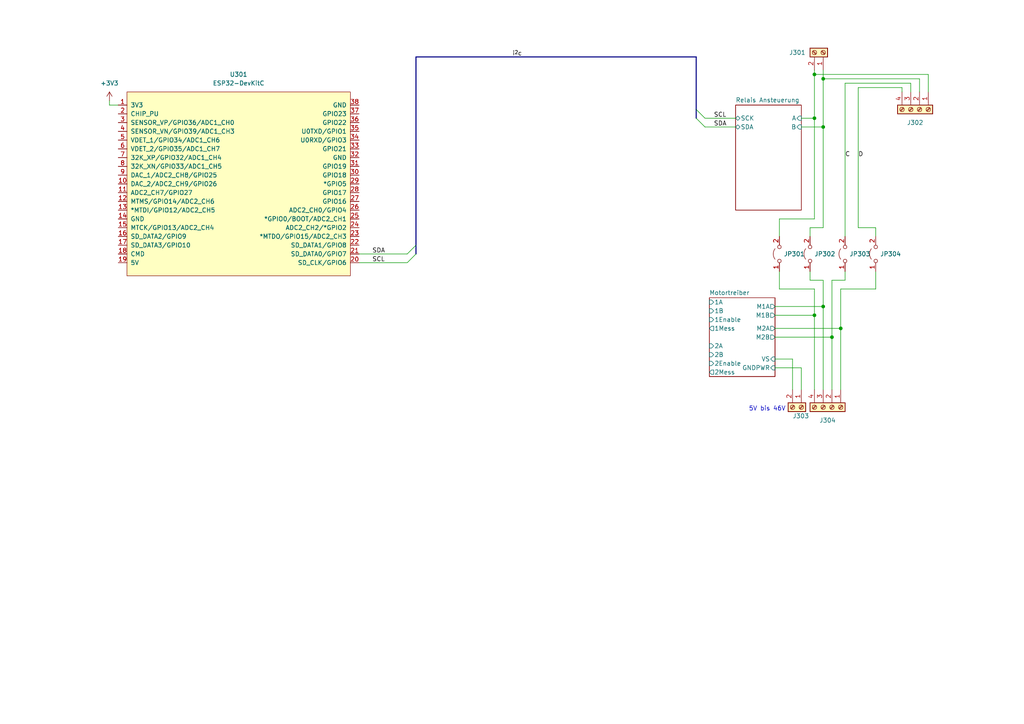
<source format=kicad_sch>
(kicad_sch (version 20211123) (generator eeschema)
  (paper "A4")
  (title_block (date "2022-03-14") (company "makerspace Bocholt"))
  (lib_symbols
    (symbol "Connector:Screw_Terminal_01x02" (pin_names (offset 1.016) hide)
      (property "Reference" "J" (at 0 2.54 0))
      (property "Value" "Screw_Terminal_01x02" (at 0 -5.08 0))
      (symbol "Screw_Terminal_01x02_1_1"
        (rectangle (start -1.27 1.27) (end 1.27 -3.81) (stroke (width 0.254)) (fill (type background)))
        (circle (center 0 -2.54) (radius 0.635) (stroke (width 0.1524)))
        (polyline (pts (xy -0.5334 -2.2098) (xy 0.3302 -3.048)) (stroke (width 0.1524)))
        (polyline (pts (xy -0.5334 0.3302) (xy 0.3302 -0.508)) (stroke (width 0.1524)))
        (polyline (pts (xy -0.3556 -2.032) (xy 0.508 -2.8702)) (stroke (width 0.1524)))
        (polyline (pts (xy -0.3556 0.508) (xy 0.508 -0.3302)) (stroke (width 0.1524)))
        (circle (center 0 0) (radius 0.635) (stroke (width 0.1524)))
        (pin passive line (at -5.08 0 0) (length 3.81) (name "Pin_1") (number "1"))
        (pin passive line (at -5.08 -2.54 0) (length 3.81) (name "Pin_2") (number "2"))
      )
    )
    (symbol "Connector:Screw_Terminal_01x04" (pin_names (offset 1.016) hide)
      (property "Reference" "J" (at 0 5.08 0))
      (property "Value" "Screw_Terminal_01x04" (at 0 -7.62 0))
      (symbol "Screw_Terminal_01x04_1_1"
        (rectangle (start -1.27 3.81) (end 1.27 -6.35) (stroke (width 0.254)) (fill (type background)))
        (circle (center 0 -5.08) (radius 0.635) (stroke (width 0.1524)))
        (circle (center 0 -2.54) (radius 0.635) (stroke (width 0.1524)))
        (polyline (pts (xy -0.5334 -4.7498) (xy 0.3302 -5.588)) (stroke (width 0.1524)))
        (polyline (pts (xy -0.5334 -2.2098) (xy 0.3302 -3.048)) (stroke (width 0.1524)))
        (polyline (pts (xy -0.5334 0.3302) (xy 0.3302 -0.508)) (stroke (width 0.1524)))
        (polyline (pts (xy -0.5334 2.8702) (xy 0.3302 2.032)) (stroke (width 0.1524)))
        (polyline (pts (xy -0.3556 -4.572) (xy 0.508 -5.4102)) (stroke (width 0.1524)))
        (polyline (pts (xy -0.3556 -2.032) (xy 0.508 -2.8702)) (stroke (width 0.1524)))
        (polyline (pts (xy -0.3556 0.508) (xy 0.508 -0.3302)) (stroke (width 0.1524)))
        (polyline (pts (xy -0.3556 3.048) (xy 0.508 2.2098)) (stroke (width 0.1524)))
        (circle (center 0 0) (radius 0.635) (stroke (width 0.1524)))
        (circle (center 0 2.54) (radius 0.635) (stroke (width 0.1524)))
        (pin passive line (at -5.08 2.54 0) (length 3.81) (name "Pin_1") (number "1"))
        (pin passive line (at -5.08 0 0) (length 3.81) (name "Pin_2") (number "2"))
        (pin passive line (at -5.08 -2.54 0) (length 3.81) (name "Pin_3") (number "3"))
        (pin passive line (at -5.08 -5.08 0) (length 3.81) (name "Pin_4") (number "4"))
      )
    )
    (symbol "Espressif:ESP32-DevKitC" (pin_names (offset 1.016))
      (property "Reference" "U" (at -8.89 26.67 0))
      (property "Value" "ESP32-DevKitC" (at 0 -29.21 0))
      (symbol "ESP32-DevKitC_0_0"
        (pin power_in line (at -33.02 -11.43 0) (length 2.54) (name "GND") (number "14"))
        (pin power_in line (at -33.02 -24.13 0) (length 2.54) (name "5V") (number "19"))
      )
      (symbol "ESP32-DevKitC_0_1"
        (rectangle (start -30.48 25.4) (end 34.29 -27.94) (fill (type background)))
      )
      (symbol "ESP32-DevKitC_1_1"
        (pin power_in line (at -33.02 21.59 0) (length 2.54) (name "3V3") (number "1"))
        (pin bidirectional line (at -33.02 -1.27 0) (length 2.54) (name "DAC_2/ADC2_CH9/GPIO26") (number "10"))
        (pin bidirectional line (at -33.02 -3.81 0) (length 2.54) (name "ADC2_CH7/GPIO27") (number "11"))
        (pin bidirectional line (at -33.02 -6.35 0) (length 2.54) (name "MTMS/GPIO14/ADC2_CH6") (number "12"))
        (pin bidirectional line (at -33.02 -8.89 0) (length 2.54) (name "*MTDI/GPIO12/ADC2_CH5") (number "13"))
        (pin bidirectional line (at -33.02 -13.97 0) (length 2.54) (name "MTCK/GPIO13/ADC2_CH4") (number "15"))
        (pin bidirectional line (at -33.02 -16.51 0) (length 2.54) (name "SD_DATA2/GPIO9") (number "16"))
        (pin bidirectional line (at -33.02 -19.05 0) (length 2.54) (name "SD_DATA3/GPIO10") (number "17"))
        (pin bidirectional line (at -33.02 -21.59 0) (length 2.54) (name "CMD") (number "18"))
        (pin input line (at -33.02 19.05 0) (length 2.54) (name "CHIP_PU") (number "2"))
        (pin bidirectional line (at 36.83 -24.13 180) (length 2.54) (name "SD_CLK/GPIO6") (number "20"))
        (pin bidirectional line (at 36.83 -21.59 180) (length 2.54) (name "SD_DATA0/GPIO7") (number "21"))
        (pin bidirectional line (at 36.83 -19.05 180) (length 2.54) (name "SD_DATA1/GPIO8") (number "22"))
        (pin bidirectional line (at 36.83 -16.51 180) (length 2.54) (name "*MTDO/GPIO15/ADC2_CH3") (number "23"))
        (pin bidirectional line (at 36.83 -13.97 180) (length 2.54) (name "ADC2_CH2/*GPIO2") (number "24"))
        (pin bidirectional line (at 36.83 -11.43 180) (length 2.54) (name "*GPIO0/BOOT/ADC2_CH1") (number "25"))
        (pin bidirectional line (at 36.83 -8.89 180) (length 2.54) (name "ADC2_CH0/GPIO4") (number "26"))
        (pin bidirectional line (at 36.83 -6.35 180) (length 2.54) (name "GPIO16") (number "27"))
        (pin bidirectional line (at 36.83 -3.81 180) (length 2.54) (name "GPIO17") (number "28"))
        (pin bidirectional line (at 36.83 -1.27 180) (length 2.54) (name "*GPIO5") (number "29"))
        (pin input line (at -33.02 16.51 0) (length 2.54) (name "SENSOR_VP/GPIO36/ADC1_CH0") (number "3"))
        (pin bidirectional line (at 36.83 1.27 180) (length 2.54) (name "GPIO18") (number "30"))
        (pin bidirectional line (at 36.83 3.81 180) (length 2.54) (name "GPIO19") (number "31"))
        (pin power_in line (at 36.83 6.35 180) (length 2.54) (name "GND") (number "32"))
        (pin bidirectional line (at 36.83 8.89 180) (length 2.54) (name "GPIO21") (number "33"))
        (pin bidirectional line (at 36.83 11.43 180) (length 2.54) (name "U0RXD/GPIO3") (number "34"))
        (pin bidirectional line (at 36.83 13.97 180) (length 2.54) (name "U0TXD/GPIO1") (number "35"))
        (pin bidirectional line (at 36.83 16.51 180) (length 2.54) (name "GPIO22") (number "36"))
        (pin bidirectional line (at 36.83 19.05 180) (length 2.54) (name "GPIO23") (number "37"))
        (pin power_in line (at 36.83 21.59 180) (length 2.54) (name "GND") (number "38"))
        (pin input line (at -33.02 13.97 0) (length 2.54) (name "SENSOR_VN/GPIO39/ADC1_CH3") (number "4"))
        (pin input line (at -33.02 11.43 0) (length 2.54) (name "VDET_1/GPIO34/ADC1_CH6") (number "5"))
        (pin input line (at -33.02 8.89 0) (length 2.54) (name "VDET_2/GPIO35/ADC1_CH7") (number "6"))
        (pin bidirectional line (at -33.02 6.35 0) (length 2.54) (name "32K_XP/GPIO32/ADC1_CH4") (number "7"))
        (pin bidirectional line (at -33.02 3.81 0) (length 2.54) (name "32K_XN/GPIO33/ADC1_CH5") (number "8"))
        (pin bidirectional line (at -33.02 1.27 0) (length 2.54) (name "DAC_1/ADC2_CH8/GPIO25") (number "9"))
      )
    )
    (symbol "Jumper:Jumper_2_Open" (pin_names (offset 0) hide)
      (property "Reference" "JP" (at 0 2.794 0))
      (property "Value" "Jumper_2_Open" (at 0 -2.286 0))
      (symbol "Jumper_2_Open_0_0"
        (circle (center -2.032 0) (radius 0.508))
        (circle (center 2.032 0) (radius 0.508))
      )
      (symbol "Jumper_2_Open_0_1"
        (arc (start 1.524 1.27) (mid 0 1.778) (end -1.524 1.27))
      )
      (symbol "Jumper_2_Open_1_1"
        (pin passive line (at -5.08 0 0) (length 2.54) (name "A") (number "1"))
        (pin passive line (at 5.08 0 180) (length 2.54) (name "B") (number "2"))
      )
    )
    (symbol "power:+3.3V" (power) (pin_names (offset 0))
      (property "Value" "+3.3V" (at 0 3.556 0))
      (symbol "+3.3V_0_1"
        (polyline (pts (xy -0.762 1.27) (xy 0 2.54)))
        (polyline (pts (xy 0 0) (xy 0 2.54)))
        (polyline (pts (xy 0 2.54) (xy 0.762 1.27)))
      )
      (symbol "+3.3V_1_1"
        (pin power_in line (at 0 0 90) (length 0) hide (name "+3V3") (number "1"))
      )
    )
  )
  (junction (at 238.76 88.9))
  (junction (at 241.3 97.79))
  (junction (at 238.76 36.83))
  (junction (at 243.84 95.25))
  (junction (at 236.22 91.44))
  (junction (at 236.22 21.59))
  (junction (at 236.22 34.29))
  (junction (at 238.76 22.86))
  (bus_entry (at 118.11 73.66) (size 2.54 -2.54))
  (bus_entry (at 118.11 76.2) (size 2.54 -2.54))
  (bus_entry (at 201.93 31.75) (size 2.54 2.54))
  (bus_entry (at 201.93 34.29) (size 2.54 2.54))
  (wire (pts (xy 236.22 21.59) (xy 236.22 34.29)))
  (wire (pts (xy 232.41 113.03) (xy 232.41 106.68)))
  (wire (pts (xy 243.84 95.25) (xy 243.84 83.82)))
  (wire (pts (xy 224.79 97.79) (xy 241.3 97.79)))
  (wire (pts (xy 248.92 66.04) (xy 254 66.04)))
  (wire (pts (xy 269.24 21.59) (xy 269.24 26.67)))
  (wire (pts (xy 238.76 81.28) (xy 238.76 88.9)))
  (wire (pts (xy 238.76 88.9) (xy 238.76 113.03)))
  (wire (pts (xy 236.22 83.82) (xy 236.22 91.44)))
  (wire (pts (xy 238.76 22.86) (xy 266.7 22.86)))
  (wire (pts (xy 261.62 26.67) (xy 261.62 25.4)))
  (wire (pts (xy 266.7 22.86) (xy 266.7 26.67)))
  (wire (pts (xy 245.11 68.58) (xy 245.11 24.13)))
  (wire (pts (xy 224.79 88.9) (xy 238.76 88.9)))
  (wire (pts (xy 31.75 29.21) (xy 31.75 30.48)))
  (wire (pts (xy 236.22 91.44) (xy 236.22 113.03)))
  (wire (pts (xy 226.06 78.74) (xy 226.06 83.82)))
  (wire (pts (xy 229.87 113.03) (xy 229.87 104.14)))
  (bus (pts (xy 120.65 71.12) (xy 120.65 73.66)))
  (wire (pts (xy 241.3 81.28) (xy 245.11 81.28)))
  (wire (pts (xy 241.3 97.79) (xy 241.3 81.28)))
  (wire (pts (xy 224.79 95.25) (xy 243.84 95.25)))
  (wire (pts (xy 236.22 21.59) (xy 269.24 21.59)))
  (wire (pts (xy 238.76 22.86) (xy 238.76 36.83)))
  (wire (pts (xy 264.16 24.13) (xy 264.16 26.67)))
  (wire (pts (xy 236.22 20.32) (xy 236.22 21.59)))
  (wire (pts (xy 232.41 36.83) (xy 238.76 36.83)))
  (wire (pts (xy 31.75 30.48) (xy 34.29 30.48)))
  (wire (pts (xy 234.95 78.74) (xy 234.95 81.28)))
  (wire (pts (xy 261.62 25.4) (xy 248.92 25.4)))
  (wire (pts (xy 245.11 81.28) (xy 245.11 78.74)))
  (wire (pts (xy 234.95 66.04) (xy 234.95 68.58)))
  (bus (pts (xy 120.65 16.51) (xy 120.65 71.12)))
  (wire (pts (xy 238.76 36.83) (xy 238.76 66.04)))
  (wire (pts (xy 243.84 83.82) (xy 254 83.82)))
  (wire (pts (xy 204.47 36.83) (xy 213.36 36.83)))
  (wire (pts (xy 104.14 76.2) (xy 118.11 76.2)))
  (wire (pts (xy 104.14 73.66) (xy 118.11 73.66)))
  (wire (pts (xy 229.87 104.14) (xy 224.79 104.14)))
  (bus (pts (xy 120.65 16.51) (xy 201.93 16.51)))
  (wire (pts (xy 245.11 24.13) (xy 264.16 24.13)))
  (wire (pts (xy 254 66.04) (xy 254 68.58)))
  (wire (pts (xy 226.06 83.82) (xy 236.22 83.82)))
  (wire (pts (xy 254 83.82) (xy 254 78.74)))
  (wire (pts (xy 226.06 63.5) (xy 226.06 68.58)))
  (wire (pts (xy 232.41 106.68) (xy 224.79 106.68)))
  (wire (pts (xy 238.76 66.04) (xy 234.95 66.04)))
  (wire (pts (xy 234.95 81.28) (xy 238.76 81.28)))
  (wire (pts (xy 232.41 34.29) (xy 236.22 34.29)))
  (bus (pts (xy 201.93 31.75) (xy 201.93 16.51)))
  (wire (pts (xy 224.79 91.44) (xy 236.22 91.44)))
  (wire (pts (xy 241.3 97.79) (xy 241.3 113.03)))
  (wire (pts (xy 238.76 20.32) (xy 238.76 22.86)))
  (wire (pts (xy 248.92 25.4) (xy 248.92 66.04)))
  (wire (pts (xy 243.84 95.25) (xy 243.84 113.03)))
  (wire (pts (xy 236.22 34.29) (xy 236.22 63.5)))
  (wire (pts (xy 204.47 34.29) (xy 213.36 34.29)))
  (wire (pts (xy 236.22 63.5) (xy 226.06 63.5)))
  (bus (pts (xy 201.93 34.29) (xy 201.93 31.75)))
  (text "5V bis 46V" (at 217.17 119.38 0) (effects (font (size 1.27 1.27)) (justify left bottom)))
  (label "SDA" (at 107.95 73.66 0))
  (label "SDA" (at 207.01 36.83 0))
  (label "i^{2}c" (at 148.59 16.51 0))
  (label "SCL" (at 107.95 76.2 0))
  (label "D" (at 248.92 45.72 0))
  (label "C" (at 245.11 45.72 0))
  (label "SCL" (at 207.01 34.29 0))
  (symbol (lib_id "Connector:Screw_Terminal_01x04") (at 241.3 118.11 270) (unit 1)
    (property "Reference" "J304" (at 240.03 121.92 90))
    (property "Value" "Screw_Terminal_01x04" (effects hide))
    (property "Footprint" "TerminalBlock_Phoenix:TerminalBlock_Phoenix_MKDS-1,5-4-5.08_1x04_P5.08mm_Horizontal" (effects hide))
  )
  (symbol (lib_id "Jumper:Jumper_2_Open") (at 245.11 73.66 90) (unit 1)
    (property "Reference" "JP303" (at 246.38 73.6599 90) (effects (justify right)))
    (property "Value" "Jumper_2_Open" (effects hide))
    (property "Footprint" "Resistor_THT:R_Axial_DIN0207_L6.3mm_D2.5mm_P10.16mm_Horizontal" (effects hide))
  )
  (symbol (lib_id "Jumper:Jumper_2_Open") (at 254 73.66 90) (unit 1)
    (property "Reference" "JP304" (at 255.27 73.6599 90) (effects (justify right)))
    (property "Value" "Jumper_2_Open" (effects hide))
    (property "Footprint" "Resistor_THT:R_Axial_DIN0207_L6.3mm_D2.5mm_P10.16mm_Horizontal" (effects hide))
  )
  (symbol (lib_id "Connector:Screw_Terminal_01x02") (at 232.41 118.11 270) (unit 1)
    (property "Reference" "J303" (at 229.87 120.65 90) (effects (justify left)))
    (property "Value" "Screw_Terminal_01x02" (effects hide))
    (property "Footprint" "TerminalBlock_Phoenix:TerminalBlock_Phoenix_MKDS-1,5-2-5.08_1x02_P5.08mm_Horizontal" (effects hide))
  )
  (symbol (lib_id "Espressif:ESP32-DevKitC") (at 67.31 52.07 0) (unit 1)
    (property "Reference" "U301" (at 69.215 21.59 0))
    (property "Value" "ESP32-DevKitC" (at 69.215 24.13 0))
    (property "Footprint" "Espressif:ESP32-DevKitC" (effects hide))
    (property "Datasheet" "https://docs.espressif.com/projects/esp-idf/zh_CN/latest/esp32/hw-reference/esp32/get-started-devkitc.html" (effects hide))
  )
  (symbol (lib_id "Jumper:Jumper_2_Open") (at 234.95 73.66 90) (unit 1)
    (property "Reference" "JP302" (at 236.22 73.6599 90) (effects (justify right)))
    (property "Value" "Jumper_2_Open" (effects hide))
    (property "Footprint" "Resistor_THT:R_Axial_DIN0207_L6.3mm_D2.5mm_P10.16mm_Horizontal" (effects hide))
  )
  (symbol (lib_id "Jumper:Jumper_2_Open") (at 226.06 73.66 90) (unit 1)
    (property "Reference" "JP301" (at 227.33 73.6599 90) (effects (justify right)))
    (property "Value" "Jumper_2_Open" (effects hide))
    (property "Footprint" "Resistor_THT:R_Axial_DIN0207_L6.3mm_D2.5mm_P10.16mm_Horizontal" (effects hide))
  )
  (symbol (lib_id "Connector:Screw_Terminal_01x04") (at 266.7 31.75 270) (unit 1)
    (property "Reference" "J302" (at 265.43 35.56 90))
    (property "Value" "Screw_Terminal_01x04" (effects hide))
    (property "Footprint" "TerminalBlock_Phoenix:TerminalBlock_Phoenix_MKDS-1,5-4-5.08_1x04_P5.08mm_Horizontal" (effects hide))
  )
  (symbol (lib_id "Connector:Screw_Terminal_01x02") (at 238.76 15.24 270) (mirror x) (unit 1)
    (property "Reference" "J301" (at 233.68 15.2399 90) (effects (justify right)))
    (property "Value" "Screw_Terminal_01x02" (effects hide))
    (property "Footprint" "TerminalBlock_Phoenix:TerminalBlock_Phoenix_MKDS-1,5-2-5.08_1x02_P5.08mm_Horizontal" (effects hide))
  )
  (symbol (lib_id "power:+3.3V") (at 31.75 29.21 0) (unit 1)
    (property "Reference" "#PWR0301" (effects hide))
    (property "Value" "+3.3V" (at 31.75 24.13 0))
  )
  (sheet (at 205.74 86.36) (size 19.05 22.86) (stroke (width 0.1524))
    (property "Sheet name" "Motortreiber" (at 205.74 85.6484 0) (effects (justify left bottom)))
    (property "Sheet file" "motortreiber.kicad_sch" (effects hide))
    (pin "M1B" output (at 224.79 91.44 0))
    (pin "M1A" output (at 224.79 88.9 0))
    (pin "M2B" output (at 224.79 97.79 0))
    (pin "M2A" output (at 224.79 95.25 0))
    (pin "1Enable" input (at 205.74 92.71 180))
    (pin "1B" input (at 205.74 90.17 180))
    (pin "1A" input (at 205.74 87.63 180))
    (pin "2Enable" input (at 205.74 105.41 180))
    (pin "2A" input (at 205.74 100.33 180))
    (pin "2B" input (at 205.74 102.87 180))
    (pin "2Mess" output (at 205.74 107.95 180))
    (pin "1Mess" output (at 205.74 95.25 180))
    (pin "VS" input (at 224.79 104.14 0))
    (pin "GNDPWR" input (at 224.79 106.68 0))
  )
  (sheet (at 213.36 30.48) (size 19.05 30.48) (stroke (width 0.1524))
    (property "Sheet name" "Relais Ansteuerung" (at 213.36 29.7684 0) (effects (justify left bottom)))
    (property "Sheet file" "RelaisAnsteuerung.kicad_sch" (effects hide))
    (pin "SCK" bidirectional (at 213.36 34.29 180))
    (pin "SDA" bidirectional (at 213.36 36.83 180))
    (pin "A" input (at 232.41 34.29 0))
    (pin "B" input (at 232.41 36.83 0))
  )
)
</source>
